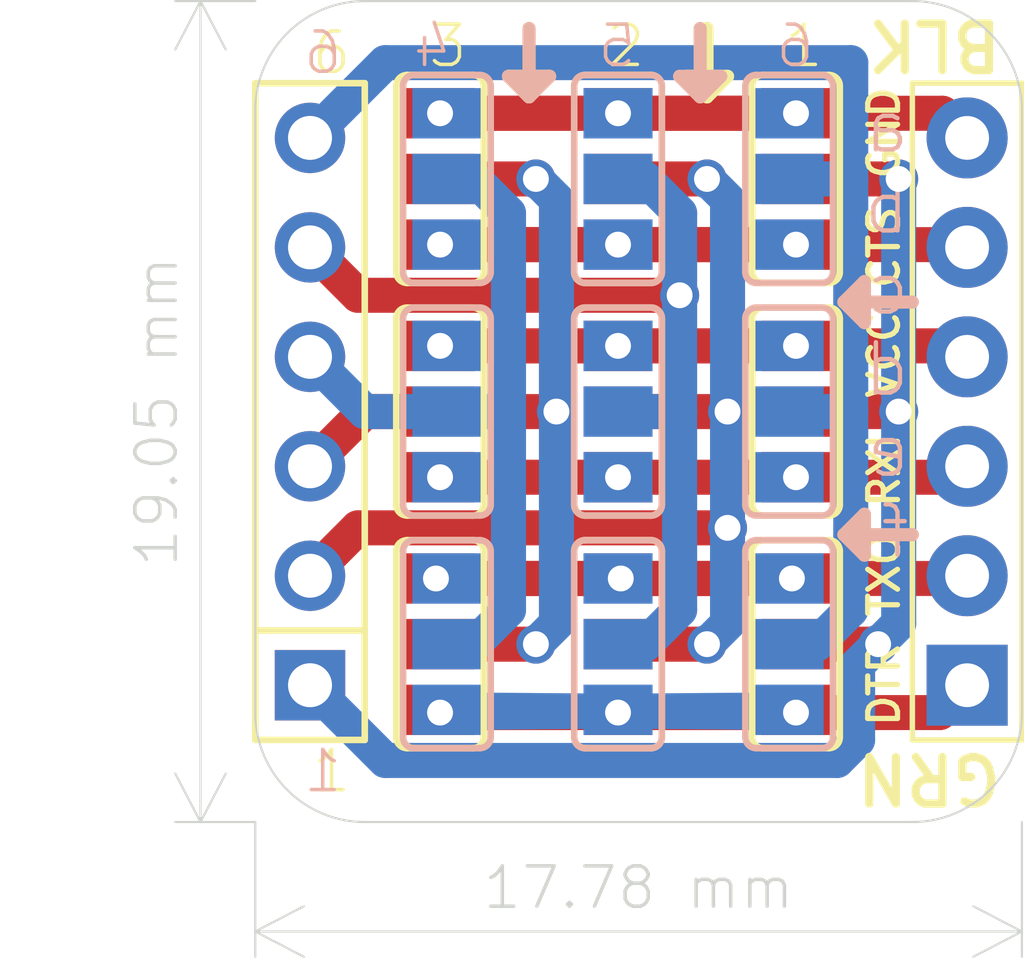
<source format=kicad_pcb>
(kicad_pcb (version 20241229) (generator "pcbnew") (generator_version "9.0")
  (layers (0 "F.Cu" signal) (2 "B.Cu" signal) (13 "F.Paste" user) (15 "B.Paste" user) (5 "F.SilkS" user "F.Silkscreen") (7 "B.SilkS" user "B.Silkscreen") (1 "F.Mask" user) (3 "B.Mask" user) (25 "Edge.Cuts" user))
  (net 0 "")
  (net 1 "DTR")
  (net 2 "TX")
  (net 3 "RX")
  (net 4 "VCC")
  (net 5 "CTS")
  (net 6 "GND")
  (net 7 "1")
  (net 8 "2")
  (net 9 "3")
  (net 10 "4")
  (net 11 "5")
  (net 12 "6")
  (footprint "UART matrix v0.2:FTDI_DEVICE_SIDE" (layer "F.Cu") (at 156.1211 105.0036 90)
    (property "Reference" "FTDI0" (hide yes))
    (property "Value" "" (hide yes))
    (fp_line (start 7.62 -1.27) (end 7.62 1.27) (stroke (width 0.127)) (layer "F.SilkS"))
    (fp_line (start -7.62 -1.27) (end 7.62 -1.27) (stroke (width 0.127)) (layer "F.SilkS"))
    (fp_line (start 7.62 1.27) (end -7.62 1.27) (stroke (width 0.127)) (layer "F.SilkS"))
    (fp_line (start -7.62 1.27) (end -7.62 -1.27) (stroke (width 0.127)) (layer "F.SilkS"))
    (fp_text user "RXI" (at -2.286 -1.524 90) (layer "F.SilkS") (effects (font (size 0.69088 0.69088) (thickness 0.12192)) (justify left bottom)))
    (fp_text user "VCC" (at 0.254 -1.524 90) (layer "F.SilkS") (effects (font (size 0.69088 0.69088) (thickness 0.12192)) (justify left bottom)))
    (fp_text user "DTR" (at -7.366 -1.524 90) (layer "F.SilkS") (effects (font (size 0.69088 0.69088) (thickness 0.12192)) (justify left bottom)))
    (fp_text user "GND" (at 5.334 -1.524 90) (layer "F.SilkS") (effects (font (size 0.69088 0.69088) (thickness 0.12192)) (justify left bottom)))
    (fp_text user "CTS" (at 2.794 -1.524 90) (layer "F.SilkS") (effects (font (size 0.69088 0.69088) (thickness 0.12192)) (justify left bottom)))
    (fp_text user "GRN" (at -7.874 0.889 180) (layer "F.SilkS") (effects (font (size 1.0795 1.0795) (thickness 0.1905)) (justify left bottom)))
    (fp_text user "BLK" (at 9.144 0.889 180) (layer "F.SilkS") (effects (font (size 1.0795 1.0795) (thickness 0.1905)) (justify left bottom)))
    (fp_text user "TXO" (at -4.826 -1.524 90) (layer "F.SilkS") (effects (font (size 0.69088 0.69088) (thickness 0.12192)) (justify left bottom)))
    (pad "P$1" thru_hole rect (at -6.35 0 90) (size 1.8796 1.8796) (drill 1.016) (layers "*.Cu" "*.Mask") (net 1 "DTR"))
    (pad "P$2" thru_hole circle (at -3.81 0 90) (size 1.8796 1.8796) (drill 1.016) (layers "*.Cu" "*.Mask") (net 2 "TX"))
    (pad "P$3" thru_hole circle (at -1.27 0 90) (size 1.8796 1.8796) (drill 1.016) (layers "*.Cu" "*.Mask") (net 3 "RX"))
    (pad "P$4" thru_hole circle (at 1.27 0 90) (size 1.8796 1.8796) (drill 1.016) (layers "*.Cu" "*.Mask") (net 4 "VCC"))
    (pad "P$5" thru_hole circle (at 3.81 0 90) (size 1.8796 1.8796) (drill 1.016) (layers "*.Cu" "*.Mask") (net 5 "CTS"))
    (pad "P$6" thru_hole circle (at 6.35 0 90) (size 1.8796 1.8796) (drill 1.016) (layers "*.Cu" "*.Mask") (net 6 "GND"))
  )
  (footprint "UART matrix v0.2:SJ_2" (layer "F.Cu") (at 143.89735 99.6061 90)
    (property "Reference" "SJ15" (hide yes))
    (property "Value" "")
    (fp_line (start -2.159 -1.016) (end 2.159 -1.016) (stroke (width 0.1524)) (layer "F.SilkS"))
    (fp_line (start 2.413 0.762) (end 2.413 -0.762) (stroke (width 0.1524)) (layer "F.SilkS"))
    (fp_line (start -2.413 0.762) (end -2.413 -0.762) (stroke (width 0.1524)) (layer "F.SilkS"))
    (fp_line (start 2.159 1.016) (end -2.159 1.016) (stroke (width 0.1524)) (layer "F.SilkS"))
    (fp_arc (start 2.159 -1.016) (mid 2.338605 -0.941605) (end 2.413 -0.762) (stroke (width 0.1524)) (layer "F.SilkS"))
    (fp_arc (start -2.413 -0.762) (mid -2.338605 -0.941605) (end -2.159 -1.016) (stroke (width 0.1524)) (layer "F.SilkS"))
    (fp_arc (start 2.413 0.762) (mid 2.338605 0.941605) (end 2.159 1.016) (stroke (width 0.1524)) (layer "F.SilkS"))
    (fp_arc (start -2.159 1.016) (mid -2.338605 0.941605) (end -2.413 0.762) (stroke (width 0.1524)) (layer "F.SilkS"))
    (pad "1" smd rect (at -1.524 0 90) (size 1.1684 1.6002) (layers "F.Cu" "F.Mask" "F.Paste") (net 5 "CTS"))
    (pad "2" smd rect (at 0 0 90) (size 1.1684 1.6002) (layers "F.Cu" "F.Mask" "F.Paste") (net 9 "3"))
    (pad "3" smd rect (at 1.524 0 90) (size 1.1684 1.6002) (layers "F.Cu" "F.Mask" "F.Paste") (net 6 "GND"))
  )
  (footprint "UART matrix v0.2:SJ_2" (layer "F.Cu") (at 152.15235 110.4011 90)
    (property "Reference" "SJ1" (hide yes))
    (property "Value" "")
    (fp_line (start -2.159 -1.016) (end 2.159 -1.016) (stroke (width 0.1524)) (layer "F.SilkS"))
    (fp_line (start 2.413 0.762) (end 2.413 -0.762) (stroke (width 0.1524)) (layer "F.SilkS"))
    (fp_line (start -2.413 0.762) (end -2.413 -0.762) (stroke (width 0.1524)) (layer "F.SilkS"))
    (fp_line (start 2.159 1.016) (end -2.159 1.016) (stroke (width 0.1524)) (layer "F.SilkS"))
    (fp_arc (start 2.159 -1.016) (mid 2.338605 -0.941605) (end 2.413 -0.762) (stroke (width 0.1524)) (layer "F.SilkS"))
    (fp_arc (start -2.413 -0.762) (mid -2.338605 -0.941605) (end -2.159 -1.016) (stroke (width 0.1524)) (layer "F.SilkS"))
    (fp_arc (start 2.413 0.762) (mid 2.338605 0.941605) (end 2.159 1.016) (stroke (width 0.1524)) (layer "F.SilkS"))
    (fp_arc (start -2.159 1.016) (mid -2.338605 0.941605) (end -2.413 0.762) (stroke (width 0.1524)) (layer "F.SilkS"))
    (pad "1" smd rect (at -1.524 0 90) (size 1.1684 1.6002) (layers "F.Cu" "F.Mask" "F.Paste") (net 1 "DTR"))
    (pad "2" smd rect (at 0 0 90) (size 1.1684 1.6002) (layers "F.Cu" "F.Mask" "F.Paste") (net 7 "1"))
    (pad "3" smd rect (at 1.524 0 90) (size 1.1684 1.6002) (layers "F.Cu" "F.Mask" "F.Paste") (net 2 "TX"))
  )
  (footprint "UART matrix v0.2:SJ_2" (layer "F.Cu") (at 143.89735 105.0036 90)
    (property "Reference" "SJ9" (hide yes))
    (property "Value" "")
    (fp_line (start -2.159 -1.016) (end 2.159 -1.016) (stroke (width 0.1524)) (layer "F.SilkS"))
    (fp_line (start 2.413 0.762) (end 2.413 -0.762) (stroke (width 0.1524)) (layer "F.SilkS"))
    (fp_line (start -2.413 0.762) (end -2.413 -0.762) (stroke (width 0.1524)) (layer "F.SilkS"))
    (fp_line (start 2.159 1.016) (end -2.159 1.016) (stroke (width 0.1524)) (layer "F.SilkS"))
    (fp_arc (start 2.159 -1.016) (mid 2.338605 -0.941605) (end 2.413 -0.762) (stroke (width 0.1524)) (layer "F.SilkS"))
    (fp_arc (start -2.413 -0.762) (mid -2.338605 -0.941605) (end -2.159 -1.016) (stroke (width 0.1524)) (layer "F.SilkS"))
    (fp_arc (start 2.413 0.762) (mid 2.338605 0.941605) (end 2.159 1.016) (stroke (width 0.1524)) (layer "F.SilkS"))
    (fp_arc (start -2.159 1.016) (mid -2.338605 0.941605) (end -2.413 0.762) (stroke (width 0.1524)) (layer "F.SilkS"))
    (pad "1" smd rect (at -1.524 0 90) (size 1.1684 1.6002) (layers "F.Cu" "F.Mask" "F.Paste") (net 3 "RX"))
    (pad "2" smd rect (at 0 0 90) (size 1.1684 1.6002) (layers "F.Cu" "F.Mask" "F.Paste") (net 9 "3"))
    (pad "3" smd rect (at 1.524 0 90) (size 1.1684 1.6002) (layers "F.Cu" "F.Mask" "F.Paste") (net 4 "VCC"))
  )
  (footprint "UART matrix v0.2:SJ_2" (layer "F.Cu") (at 143.89735 110.4011 90)
    (property "Reference" "SJ3" (hide yes))
    (property "Value" "")
    (fp_line (start -2.159 -1.016) (end 2.159 -1.016) (stroke (width 0.1524)) (layer "F.SilkS"))
    (fp_line (start 2.413 0.762) (end 2.413 -0.762) (stroke (width 0.1524)) (layer "F.SilkS"))
    (fp_line (start -2.413 0.762) (end -2.413 -0.762) (stroke (width 0.1524)) (layer "F.SilkS"))
    (fp_line (start 2.159 1.016) (end -2.159 1.016) (stroke (width 0.1524)) (layer "F.SilkS"))
    (fp_arc (start 2.159 -1.016) (mid 2.338605 -0.941605) (end 2.413 -0.762) (stroke (width 0.1524)) (layer "F.SilkS"))
    (fp_arc (start -2.413 -0.762) (mid -2.338605 -0.941605) (end -2.159 -1.016) (stroke (width 0.1524)) (layer "F.SilkS"))
    (fp_arc (start 2.413 0.762) (mid 2.338605 0.941605) (end 2.159 1.016) (stroke (width 0.1524)) (layer "F.SilkS"))
    (fp_arc (start -2.159 1.016) (mid -2.338605 0.941605) (end -2.413 0.762) (stroke (width 0.1524)) (layer "F.SilkS"))
    (pad "1" smd rect (at -1.524 0 90) (size 1.1684 1.6002) (layers "F.Cu" "F.Mask" "F.Paste") (net 1 "DTR"))
    (pad "2" smd rect (at 0 0 90) (size 1.1684 1.6002) (layers "F.Cu" "F.Mask" "F.Paste") (net 9 "3"))
    (pad "3" smd rect (at 1.524 0 90) (size 1.1684 1.6002) (layers "F.Cu" "F.Mask" "F.Paste") (net 2 "TX"))
  )
  (footprint "UART matrix v0.2:M1X6" (layer "F.Cu") (at 140.8811 111.3536 90)
    (property "Reference" "J1" (hide yes))
    (property "Value" "CON_HEADER_1X06-PTH" (hide yes))
    (fp_line (start 13.97 -1.27) (end 1.27 -1.27) (stroke (width 0.1524)) (layer "F.SilkS"))
    (fp_line (start 1.27 -1.27) (end -1.27 -1.27) (stroke (width 0.1524)) (layer "F.SilkS"))
    (fp_line (start 1.27 -1.27) (end 1.27 1.27) (stroke (width 0.1524)) (layer "F.SilkS"))
    (fp_line (start -1.27 -1.27) (end -1.27 1.27) (stroke (width 0.1524)) (layer "F.SilkS"))
    (fp_line (start 13.97 1.27) (end 13.97 -1.27) (stroke (width 0.1524)) (layer "F.SilkS"))
    (fp_line (start 1.27 1.27) (end 13.97 1.27) (stroke (width 0.1524)) (layer "F.SilkS"))
    (fp_line (start -1.27 1.27) (end 1.27 1.27) (stroke (width 0.1524)) (layer "F.SilkS"))
    (pad "1" thru_hole rect (at 0 0 90) (size 1.632 1.632) (drill 1.02) (layers "*.Cu" "*.Mask") (net 7 "1"))
    (pad "2" thru_hole circle (at 2.54 0 90) (size 1.632 1.632) (drill 1.02) (layers "*.Cu" "*.Mask") (net 8 "2"))
    (pad "3" thru_hole circle (at 5.08 0 90) (size 1.632 1.632) (drill 1.02) (layers "*.Cu" "*.Mask") (net 9 "3"))
    (pad "4" thru_hole circle (at 7.62 0 90) (size 1.632 1.632) (drill 1.02) (layers "*.Cu" "*.Mask") (net 10 "4"))
    (pad "5" thru_hole circle (at 10.16 0 90) (size 1.632 1.632) (drill 1.02) (layers "*.Cu" "*.Mask") (net 11 "5"))
    (pad "6" thru_hole circle (at 12.7 0 90) (size 1.632 1.632) (drill 1.02) (layers "*.Cu" "*.Mask") (net 12 "6"))
  )
  (footprint "UART matrix v0.2:SJ_2" (layer "F.Cu") (at 148.02485 105.0036 90)
    (property "Reference" "SJ8" (hide yes))
    (property "Value" "")
    (fp_line (start -2.159 -1.016) (end 2.159 -1.016) (stroke (width 0.1524)) (layer "F.SilkS"))
    (fp_line (start 2.413 0.762) (end 2.413 -0.762) (stroke (width 0.1524)) (layer "F.SilkS"))
    (fp_line (start -2.413 0.762) (end -2.413 -0.762) (stroke (width 0.1524)) (layer "F.SilkS"))
    (fp_line (start 2.159 1.016) (end -2.159 1.016) (stroke (width 0.1524)) (layer "F.SilkS"))
    (fp_arc (start 2.159 -1.016) (mid 2.338605 -0.941605) (end 2.413 -0.762) (stroke (width 0.1524)) (layer "F.SilkS"))
    (fp_arc (start -2.413 -0.762) (mid -2.338605 -0.941605) (end -2.159 -1.016) (stroke (width 0.1524)) (layer "F.SilkS"))
    (fp_arc (start 2.413 0.762) (mid 2.338605 0.941605) (end 2.159 1.016) (stroke (width 0.1524)) (layer "F.SilkS"))
    (fp_arc (start -2.159 1.016) (mid -2.338605 0.941605) (end -2.413 0.762) (stroke (width 0.1524)) (layer "F.SilkS"))
    (pad "1" smd rect (at -1.524 0 90) (size 1.1684 1.6002) (layers "F.Cu" "F.Mask" "F.Paste") (net 3 "RX"))
    (pad "2" smd rect (at 0 0 90) (size 1.1684 1.6002) (layers "F.Cu" "F.Mask" "F.Paste") (net 8 "2"))
    (pad "3" smd rect (at 1.524 0 90) (size 1.1684 1.6002) (layers "F.Cu" "F.Mask" "F.Paste") (net 4 "VCC"))
  )
  (footprint "UART matrix v0.2:SJ_2" (layer "F.Cu") (at 148.02485 99.6061 90)
    (property "Reference" "SJ14" (hide yes))
    (property "Value" "")
    (fp_line (start -2.159 -1.016) (end 2.159 -1.016) (stroke (width 0.1524)) (layer "F.SilkS"))
    (fp_line (start 2.413 0.762) (end 2.413 -0.762) (stroke (width 0.1524)) (layer "F.SilkS"))
    (fp_line (start -2.413 0.762) (end -2.413 -0.762) (stroke (width 0.1524)) (layer "F.SilkS"))
    (fp_line (start 2.159 1.016) (end -2.159 1.016) (stroke (width 0.1524)) (layer "F.SilkS"))
    (fp_arc (start 2.159 -1.016) (mid 2.338605 -0.941605) (end 2.413 -0.762) (stroke (width 0.1524)) (layer "F.SilkS"))
    (fp_arc (start -2.413 -0.762) (mid -2.338605 -0.941605) (end -2.159 -1.016) (stroke (width 0.1524)) (layer "F.SilkS"))
    (fp_arc (start 2.413 0.762) (mid 2.338605 0.941605) (end 2.159 1.016) (stroke (width 0.1524)) (layer "F.SilkS"))
    (fp_arc (start -2.159 1.016) (mid -2.338605 0.941605) (end -2.413 0.762) (stroke (width 0.1524)) (layer "F.SilkS"))
    (pad "1" smd rect (at -1.524 0 90) (size 1.1684 1.6002) (layers "F.Cu" "F.Mask" "F.Paste") (net 5 "CTS"))
    (pad "2" smd rect (at 0 0 90) (size 1.1684 1.6002) (layers "F.Cu" "F.Mask" "F.Paste") (net 8 "2"))
    (pad "3" smd rect (at 1.524 0 90) (size 1.1684 1.6002) (layers "F.Cu" "F.Mask" "F.Paste") (net 6 "GND"))
  )
  (footprint "UART matrix v0.2:SJ_2" (layer "F.Cu") (at 152.15235 105.0036 90)
    (property "Reference" "SJ7" (hide yes))
    (property "Value" "")
    (fp_line (start -2.159 -1.016) (end 2.159 -1.016) (stroke (width 0.1524)) (layer "F.SilkS"))
    (fp_line (start 2.413 0.762) (end 2.413 -0.762) (stroke (width 0.1524)) (layer "F.SilkS"))
    (fp_line (start -2.413 0.762) (end -2.413 -0.762) (stroke (width 0.1524)) (layer "F.SilkS"))
    (fp_line (start 2.159 1.016) (end -2.159 1.016) (stroke (width 0.1524)) (layer "F.SilkS"))
    (fp_arc (start 2.159 -1.016) (mid 2.338605 -0.941605) (end 2.413 -0.762) (stroke (width 0.1524)) (layer "F.SilkS"))
    (fp_arc (start -2.413 -0.762) (mid -2.338605 -0.941605) (end -2.159 -1.016) (stroke (width 0.1524)) (layer "F.SilkS"))
    (fp_arc (start 2.413 0.762) (mid 2.338605 0.941605) (end 2.159 1.016) (stroke (width 0.1524)) (layer "F.SilkS"))
    (fp_arc (start -2.159 1.016) (mid -2.338605 0.941605) (end -2.413 0.762) (stroke (width 0.1524)) (layer "F.SilkS"))
    (pad "1" smd rect (at -1.524 0 90) (size 1.1684 1.6002) (layers "F.Cu" "F.Mask" "F.Paste") (net 3 "RX"))
    (pad "2" smd rect (at 0 0 90) (size 1.1684 1.6002) (layers "F.Cu" "F.Mask" "F.Paste") (net 7 "1"))
    (pad "3" smd rect (at 1.524 0 90) (size 1.1684 1.6002) (layers "F.Cu" "F.Mask" "F.Paste") (net 4 "VCC"))
  )
  (footprint "UART matrix v0.2:SJ_2" (layer "F.Cu") (at 152.15235 99.6061 90)
    (property "Reference" "SJ13" (hide yes))
    (property "Value" "")
    (fp_line (start -2.159 -1.016) (end 2.159 -1.016) (stroke (width 0.1524)) (layer "F.SilkS"))
    (fp_line (start 2.413 0.762) (end 2.413 -0.762) (stroke (width 0.1524)) (layer "F.SilkS"))
    (fp_line (start -2.413 0.762) (end -2.413 -0.762) (stroke (width 0.1524)) (layer "F.SilkS"))
    (fp_line (start 2.159 1.016) (end -2.159 1.016) (stroke (width 0.1524)) (layer "F.SilkS"))
    (fp_arc (start 2.159 -1.016) (mid 2.338605 -0.941605) (end 2.413 -0.762) (stroke (width 0.1524)) (layer "F.SilkS"))
    (fp_arc (start -2.413 -0.762) (mid -2.338605 -0.941605) (end -2.159 -1.016) (stroke (width 0.1524)) (layer "F.SilkS"))
    (fp_arc (start 2.413 0.762) (mid 2.338605 0.941605) (end 2.159 1.016) (stroke (width 0.1524)) (layer "F.SilkS"))
    (fp_arc (start -2.159 1.016) (mid -2.338605 0.941605) (end -2.413 0.762) (stroke (width 0.1524)) (layer "F.SilkS"))
    (pad "1" smd rect (at -1.524 0 90) (size 1.1684 1.6002) (layers "F.Cu" "F.Mask" "F.Paste") (net 5 "CTS"))
    (pad "2" smd rect (at 0 0 90) (size 1.1684 1.6002) (layers "F.Cu" "F.Mask" "F.Paste") (net 7 "1"))
    (pad "3" smd rect (at 1.524 0 90) (size 1.1684 1.6002) (layers "F.Cu" "F.Mask" "F.Paste") (net 6 "GND"))
  )
  (footprint "UART matrix v0.2:SJ_2" (layer "F.Cu") (at 148.02485 110.4011 90)
    (property "Reference" "SJ2" (hide yes))
    (property "Value" "")
    (fp_line (start -2.159 -1.016) (end 2.159 -1.016) (stroke (width 0.1524)) (layer "F.SilkS"))
    (fp_line (start 2.413 0.762) (end 2.413 -0.762) (stroke (width 0.1524)) (layer "F.SilkS"))
    (fp_line (start -2.413 0.762) (end -2.413 -0.762) (stroke (width 0.1524)) (layer "F.SilkS"))
    (fp_line (start 2.159 1.016) (end -2.159 1.016) (stroke (width 0.1524)) (layer "F.SilkS"))
    (fp_arc (start 2.159 -1.016) (mid 2.338605 -0.941605) (end 2.413 -0.762) (stroke (width 0.1524)) (layer "F.SilkS"))
    (fp_arc (start -2.413 -0.762) (mid -2.338605 -0.941605) (end -2.159 -1.016) (stroke (width 0.1524)) (layer "F.SilkS"))
    (fp_arc (start 2.413 0.762) (mid 2.338605 0.941605) (end 2.159 1.016) (stroke (width 0.1524)) (layer "F.SilkS"))
    (fp_arc (start -2.159 1.016) (mid -2.338605 0.941605) (end -2.413 0.762) (stroke (width 0.1524)) (layer "F.SilkS"))
    (pad "1" smd rect (at -1.524 0 90) (size 1.1684 1.6002) (layers "F.Cu" "F.Mask" "F.Paste") (net 1 "DTR"))
    (pad "2" smd rect (at 0 0 90) (size 1.1684 1.6002) (layers "F.Cu" "F.Mask" "F.Paste") (net 8 "2"))
    (pad "3" smd rect (at 1.524 0 90) (size 1.1684 1.6002) (layers "F.Cu" "F.Mask" "F.Paste") (net 2 "TX"))
  )
  (footprint "UART matrix v0.2:SJ_2" (layer "B.Cu") (at 148.02485 110.4011 90)
    (property "Reference" "SJ5" (hide yes))
    (property "Value" "")
    (fp_line (start 2.159 -1.016) (end -2.159 -1.016) (stroke (width 0.1524)) (layer "B.SilkS"))
    (fp_line (start 2.413 -0.762) (end 2.413 0.762) (stroke (width 0.1524)) (layer "B.SilkS"))
    (fp_line (start -2.413 -0.762) (end -2.413 0.762) (stroke (width 0.1524)) (layer "B.SilkS"))
    (fp_line (start -2.159 1.016) (end 2.159 1.016) (stroke (width 0.1524)) (layer "B.SilkS"))
    (fp_arc (start 2.159 -1.016) (mid 2.338605 -0.941605) (end 2.413 -0.762) (stroke (width 0.1524)) (layer "B.SilkS"))
    (fp_arc (start -2.413 -0.762) (mid -2.338605 -0.941605) (end -2.159 -1.016) (stroke (width 0.1524)) (layer "B.SilkS"))
    (fp_arc (start 2.413 0.762) (mid 2.338605 0.941605) (end 2.159 1.016) (stroke (width 0.1524)) (layer "B.SilkS"))
    (fp_arc (start -2.159 1.016) (mid -2.338605 0.941605) (end -2.413 0.762) (stroke (width 0.1524)) (layer "B.SilkS"))
    (pad "1" smd rect (at -1.524 0 90) (size 1.1684 1.6002) (layers "B.Cu" "B.Mask" "B.Paste") (net 1 "DTR"))
    (pad "2" smd rect (at 0 0 90) (size 1.1684 1.6002) (layers "B.Cu" "B.Mask" "B.Paste") (net 11 "5"))
    (pad "3" smd rect (at 1.524 0 90) (size 1.1684 1.6002) (layers "B.Cu" "B.Mask" "B.Paste") (net 2 "TX"))
  )
  (footprint "UART matrix v0.2:SJ_2" (layer "B.Cu") (at 144.0561 105.0036 90)
    (property "Reference" "SJ10" (hide yes))
    (property "Value" "")
    (fp_line (start 2.159 -1.016) (end -2.159 -1.016) (stroke (width 0.1524)) (layer "B.SilkS"))
    (fp_line (start 2.413 -0.762) (end 2.413 0.762) (stroke (width 0.1524)) (layer "B.SilkS"))
    (fp_line (start -2.413 -0.762) (end -2.413 0.762) (stroke (width 0.1524)) (layer "B.SilkS"))
    (fp_line (start -2.159 1.016) (end 2.159 1.016) (stroke (width 0.1524)) (layer "B.SilkS"))
    (fp_arc (start 2.159 -1.016) (mid 2.338605 -0.941605) (end 2.413 -0.762) (stroke (width 0.1524)) (layer "B.SilkS"))
    (fp_arc (start -2.413 -0.762) (mid -2.338605 -0.941605) (end -2.159 -1.016) (stroke (width 0.1524)) (layer "B.SilkS"))
    (fp_arc (start 2.413 0.762) (mid 2.338605 0.941605) (end 2.159 1.016) (stroke (width 0.1524)) (layer "B.SilkS"))
    (fp_arc (start -2.159 1.016) (mid -2.338605 0.941605) (end -2.413 0.762) (stroke (width 0.1524)) (layer "B.SilkS"))
    (pad "1" smd rect (at -1.524 0 90) (size 1.1684 1.6002) (layers "B.Cu" "B.Mask" "B.Paste") (net 3 "RX"))
    (pad "2" smd rect (at 0 0 90) (size 1.1684 1.6002) (layers "B.Cu" "B.Mask" "B.Paste") (net 10 "4"))
    (pad "3" smd rect (at 1.524 0 90) (size 1.1684 1.6002) (layers "B.Cu" "B.Mask" "B.Paste") (net 4 "VCC"))
  )
  (footprint "UART matrix v0.2:SJ_2" (layer "B.Cu") (at 148.02485 105.0036 90)
    (property "Reference" "SJ11" (hide yes))
    (property "Value" "")
    (fp_line (start 2.159 -1.016) (end -2.159 -1.016) (stroke (width 0.1524)) (layer "B.SilkS"))
    (fp_line (start 2.413 -0.762) (end 2.413 0.762) (stroke (width 0.1524)) (layer "B.SilkS"))
    (fp_line (start -2.413 -0.762) (end -2.413 0.762) (stroke (width 0.1524)) (layer "B.SilkS"))
    (fp_line (start -2.159 1.016) (end 2.159 1.016) (stroke (width 0.1524)) (layer "B.SilkS"))
    (fp_arc (start 2.159 -1.016) (mid 2.338605 -0.941605) (end 2.413 -0.762) (stroke (width 0.1524)) (layer "B.SilkS"))
    (fp_arc (start -2.413 -0.762) (mid -2.338605 -0.941605) (end -2.159 -1.016) (stroke (width 0.1524)) (layer "B.SilkS"))
    (fp_arc (start 2.413 0.762) (mid 2.338605 0.941605) (end 2.159 1.016) (stroke (width 0.1524)) (layer "B.SilkS"))
    (fp_arc (start -2.159 1.016) (mid -2.338605 0.941605) (end -2.413 0.762) (stroke (width 0.1524)) (layer "B.SilkS"))
    (pad "1" smd rect (at -1.524 0 90) (size 1.1684 1.6002) (layers "B.Cu" "B.Mask" "B.Paste") (net 3 "RX"))
    (pad "2" smd rect (at 0 0 90) (size 1.1684 1.6002) (layers "B.Cu" "B.Mask" "B.Paste") (net 11 "5"))
    (pad "3" smd rect (at 1.524 0 90) (size 1.1684 1.6002) (layers "B.Cu" "B.Mask" "B.Paste") (net 4 "VCC"))
  )
  (footprint "UART matrix v0.2:SJ_2" (layer "B.Cu") (at 144.0561 99.6061 90)
    (property "Reference" "SJ16" (hide yes))
    (property "Value" "")
    (fp_line (start 2.159 -1.016) (end -2.159 -1.016) (stroke (width 0.1524)) (layer "B.SilkS"))
    (fp_line (start 2.413 -0.762) (end 2.413 0.762) (stroke (width 0.1524)) (layer "B.SilkS"))
    (fp_line (start -2.413 -0.762) (end -2.413 0.762) (stroke (width 0.1524)) (layer "B.SilkS"))
    (fp_line (start -2.159 1.016) (end 2.159 1.016) (stroke (width 0.1524)) (layer "B.SilkS"))
    (fp_arc (start 2.159 -1.016) (mid 2.338605 -0.941605) (end 2.413 -0.762) (stroke (width 0.1524)) (layer "B.SilkS"))
    (fp_arc (start -2.413 -0.762) (mid -2.338605 -0.941605) (end -2.159 -1.016) (stroke (width 0.1524)) (layer "B.SilkS"))
    (fp_arc (start 2.413 0.762) (mid 2.338605 0.941605) (end 2.159 1.016) (stroke (width 0.1524)) (layer "B.SilkS"))
    (fp_arc (start -2.159 1.016) (mid -2.338605 0.941605) (end -2.413 0.762) (stroke (width 0.1524)) (layer "B.SilkS"))
    (pad "1" smd rect (at -1.524 0 90) (size 1.1684 1.6002) (layers "B.Cu" "B.Mask" "B.Paste") (net 5 "CTS"))
    (pad "2" smd rect (at 0 0 90) (size 1.1684 1.6002) (layers "B.Cu" "B.Mask" "B.Paste") (net 10 "4"))
    (pad "3" smd rect (at 1.524 0 90) (size 1.1684 1.6002) (layers "B.Cu" "B.Mask" "B.Paste") (net 6 "GND"))
  )
  (footprint "UART matrix v0.2:SJ_2" (layer "B.Cu") (at 144.0561 110.4011 90)
    (property "Reference" "SJ4" (hide yes))
    (property "Value" "")
    (fp_line (start 2.159 -1.016) (end -2.159 -1.016) (stroke (width 0.1524)) (layer "B.SilkS"))
    (fp_line (start 2.413 -0.762) (end 2.413 0.762) (stroke (width 0.1524)) (layer "B.SilkS"))
    (fp_line (start -2.413 -0.762) (end -2.413 0.762) (stroke (width 0.1524)) (layer "B.SilkS"))
    (fp_line (start -2.159 1.016) (end 2.159 1.016) (stroke (width 0.1524)) (layer "B.SilkS"))
    (fp_arc (start 2.159 -1.016) (mid 2.338605 -0.941605) (end 2.413 -0.762) (stroke (width 0.1524)) (layer "B.SilkS"))
    (fp_arc (start -2.413 -0.762) (mid -2.338605 -0.941605) (end -2.159 -1.016) (stroke (width 0.1524)) (layer "B.SilkS"))
    (fp_arc (start 2.413 0.762) (mid 2.338605 0.941605) (end 2.159 1.016) (stroke (width 0.1524)) (layer "B.SilkS"))
    (fp_arc (start -2.159 1.016) (mid -2.338605 0.941605) (end -2.413 0.762) (stroke (width 0.1524)) (layer "B.SilkS"))
    (pad "1" smd rect (at -1.524 0 90) (size 1.1684 1.6002) (layers "B.Cu" "B.Mask" "B.Paste") (net 1 "DTR"))
    (pad "2" smd rect (at 0 0 90) (size 1.1684 1.6002) (layers "B.Cu" "B.Mask" "B.Paste") (net 10 "4"))
    (pad "3" smd rect (at 1.524 0 90) (size 1.1684 1.6002) (layers "B.Cu" "B.Mask" "B.Paste") (net 2 "TX"))
  )
  (footprint "UART matrix v0.2:SJ_2" (layer "B.Cu") (at 151.9936 105.0036 90)
    (property "Reference" "SJ12" (hide yes))
    (property "Value" "")
    (fp_line (start 2.159 -1.016) (end -2.159 -1.016) (stroke (width 0.1524)) (layer "B.SilkS"))
    (fp_line (start 2.413 -0.762) (end 2.413 0.762) (stroke (width 0.1524)) (layer "B.SilkS"))
    (fp_line (start -2.413 -0.762) (end -2.413 0.762) (stroke (width 0.1524)) (layer "B.SilkS"))
    (fp_line (start -2.159 1.016) (end 2.159 1.016) (stroke (width 0.1524)) (layer "B.SilkS"))
    (fp_arc (start 2.159 -1.016) (mid 2.338605 -0.941605) (end 2.413 -0.762) (stroke (width 0.1524)) (layer "B.SilkS"))
    (fp_arc (start -2.413 -0.762) (mid -2.338605 -0.941605) (end -2.159 -1.016) (stroke (width 0.1524)) (layer "B.SilkS"))
    (fp_arc (start 2.413 0.762) (mid 2.338605 0.941605) (end 2.159 1.016) (stroke (width 0.1524)) (layer "B.SilkS"))
    (fp_arc (start -2.159 1.016) (mid -2.338605 0.941605) (end -2.413 0.762) (stroke (width 0.1524)) (layer "B.SilkS"))
    (pad "1" smd rect (at -1.524 0 90) (size 1.1684 1.6002) (layers "B.Cu" "B.Mask" "B.Paste") (net 3 "RX"))
    (pad "2" smd rect (at 0 0 90) (size 1.1684 1.6002) (layers "B.Cu" "B.Mask" "B.Paste") (net 12 "6"))
    (pad "3" smd rect (at 1.524 0 90) (size 1.1684 1.6002) (layers "B.Cu" "B.Mask" "B.Paste") (net 4 "VCC"))
  )
  (footprint "UART matrix v0.2:SJ_2" (layer "B.Cu") (at 151.9936 99.6061 90)
    (property "Reference" "SJ18" (hide yes))
    (property "Value" "")
    (fp_line (start 2.159 -1.016) (end -2.159 -1.016) (stroke (width 0.1524)) (layer "B.SilkS"))
    (fp_line (start 2.413 -0.762) (end 2.413 0.762) (stroke (width 0.1524)) (layer "B.SilkS"))
    (fp_line (start -2.413 -0.762) (end -2.413 0.762) (stroke (width 0.1524)) (layer "B.SilkS"))
    (fp_line (start -2.159 1.016) (end 2.159 1.016) (stroke (width 0.1524)) (layer "B.SilkS"))
    (fp_arc (start 2.159 -1.016) (mid 2.338605 -0.941605) (end 2.413 -0.762) (stroke (width 0.1524)) (layer "B.SilkS"))
    (fp_arc (start -2.413 -0.762) (mid -2.338605 -0.941605) (end -2.159 -1.016) (stroke (width 0.1524)) (layer "B.SilkS"))
    (fp_arc (start 2.413 0.762) (mid 2.338605 0.941605) (end 2.159 1.016) (stroke (width 0.1524)) (layer "B.SilkS"))
    (fp_arc (start -2.159 1.016) (mid -2.338605 0.941605) (end -2.413 0.762) (stroke (width 0.1524)) (layer "B.SilkS"))
    (pad "1" smd rect (at -1.524 0 90) (size 1.1684 1.6002) (layers "B.Cu" "B.Mask" "B.Paste") (net 5 "CTS"))
    (pad "2" smd rect (at 0 0 90) (size 1.1684 1.6002) (layers "B.Cu" "B.Mask" "B.Paste") (net 12 "6"))
    (pad "3" smd rect (at 1.524 0 90) (size 1.1684 1.6002) (layers "B.Cu" "B.Mask" "B.Paste") (net 6 "GND"))
  )
  (footprint "UART matrix v0.2:SJ_2" (layer "B.Cu") (at 151.9936 110.4011 90)
    (property "Reference" "SJ6" (hide yes))
    (property "Value" "")
    (fp_line (start 2.159 -1.016) (end -2.159 -1.016) (stroke (width 0.1524)) (layer "B.SilkS"))
    (fp_line (start 2.413 -0.762) (end 2.413 0.762) (stroke (width 0.1524)) (layer "B.SilkS"))
    (fp_line (start -2.413 -0.762) (end -2.413 0.762) (stroke (width 0.1524)) (layer "B.SilkS"))
    (fp_line (start -2.159 1.016) (end 2.159 1.016) (stroke (width 0.1524)) (layer "B.SilkS"))
    (fp_arc (start 2.159 -1.016) (mid 2.338605 -0.941605) (end 2.413 -0.762) (stroke (width 0.1524)) (layer "B.SilkS"))
    (fp_arc (start -2.413 -0.762) (mid -2.338605 -0.941605) (end -2.159 -1.016) (stroke (width 0.1524)) (layer "B.SilkS"))
    (fp_arc (start 2.413 0.762) (mid 2.338605 0.941605) (end 2.159 1.016) (stroke (width 0.1524)) (layer "B.SilkS"))
    (fp_arc (start -2.159 1.016) (mid -2.338605 0.941605) (end -2.413 0.762) (stroke (width 0.1524)) (layer "B.SilkS"))
    (pad "1" smd rect (at -1.524 0 90) (size 1.1684 1.6002) (layers "B.Cu" "B.Mask" "B.Paste") (net 1 "DTR"))
    (pad "2" smd rect (at 0 0 90) (size 1.1684 1.6002) (layers "B.Cu" "B.Mask" "B.Paste") (net 12 "6"))
    (pad "3" smd rect (at 1.524 0 90) (size 1.1684 1.6002) (layers "B.Cu" "B.Mask" "B.Paste") (net 2 "TX"))
  )
  (footprint "UART matrix v0.2:SJ_2" (layer "B.Cu") (at 148.02485 99.6061 90)
    (property "Reference" "SJ17" (hide yes))
    (property "Value" "")
    (fp_line (start 2.159 -1.016) (end -2.159 -1.016) (stroke (width 0.1524)) (layer "B.SilkS"))
    (fp_line (start 2.413 -0.762) (end 2.413 0.762) (stroke (width 0.1524)) (layer "B.SilkS"))
    (fp_line (start -2.413 -0.762) (end -2.413 0.762) (stroke (width 0.1524)) (layer "B.SilkS"))
    (fp_line (start -2.159 1.016) (end 2.159 1.016) (stroke (width 0.1524)) (layer "B.SilkS"))
    (fp_arc (start 2.159 -1.016) (mid 2.338605 -0.941605) (end 2.413 -0.762) (stroke (width 0.1524)) (layer "B.SilkS"))
    (fp_arc (start -2.413 -0.762) (mid -2.338605 -0.941605) (end -2.159 -1.016) (stroke (width 0.1524)) (layer "B.SilkS"))
    (fp_arc (start 2.413 0.762) (mid 2.338605 0.941605) (end 2.159 1.016) (stroke (width 0.1524)) (layer "B.SilkS"))
    (fp_arc (start -2.159 1.016) (mid -2.338605 0.941605) (end -2.413 0.762) (stroke (width 0.1524)) (layer "B.SilkS"))
    (pad "1" smd rect (at -1.524 0 90) (size 1.1684 1.6002) (layers "B.Cu" "B.Mask" "B.Paste") (net 5 "CTS"))
    (pad "2" smd rect (at 0 0 90) (size 1.1684 1.6002) (layers "B.Cu" "B.Mask" "B.Paste") (net 11 "5"))
    (pad "3" smd rect (at 1.524 0 90) (size 1.1684 1.6002) (layers "B.Cu" "B.Mask" "B.Paste") (net 6 "GND"))
  )
  (gr_line (start 150.56485 97.22485) (end 150.0886 97.7011) (stroke (width 0.3048)) (layer "F.SilkS"))
  (gr_line (start 145.9611 97.7011) (end 145.48485 97.22485) (stroke (width 0.3048)) (layer "F.SilkS"))
  (gr_line (start 145.9611 96.1136) (end 145.9611 97.7011) (stroke (width 0.3048)) (layer "F.SilkS"))
  (gr_line (start 146.43735 97.22485) (end 145.9611 97.7011) (stroke (width 0.3048)) (layer "F.SilkS"))
  (gr_line (start 145.48485 97.22485) (end 146.43735 97.22485) (stroke (width 0.3048)) (layer "F.SilkS"))
  (gr_line (start 149.61235 97.22485) (end 150.56485 97.22485) (stroke (width 0.3048)) (layer "F.SilkS"))
  (gr_line (start 150.0886 96.1136) (end 150.0886 97.7011) (stroke (width 0.3048)) (layer "F.SilkS"))
  (gr_line (start 150.0886 97.7011) (end 149.61235 97.22485) (stroke (width 0.3048)) (layer "F.SilkS"))
  (gr_line (start 145.9611 97.7011) (end 146.43735 97.22485) (stroke (width 0.3048)) (layer "B.SilkS"))
  (gr_line (start 149.92985 96.1136) (end 149.92985 97.7011) (stroke (width 0.3048)) (layer "B.SilkS"))
  (gr_line (start 149.4536 97.22485) (end 149.92985 97.7011) (stroke (width 0.3048)) (layer "B.SilkS"))
  (gr_line (start 153.73985 102.93985) (end 153.73985 101.98735) (stroke (width 0.3048)) (layer "B.SilkS"))
  (gr_line (start 153.73985 101.98735) (end 153.2636 102.4636) (stroke (width 0.3048)) (layer "B.SilkS"))
  (gr_line (start 154.8511 102.4636) (end 153.2636 102.4636) (stroke (width 0.3048)) (layer "B.SilkS"))
  (gr_line (start 145.48485 97.22485) (end 145.9611 97.7011) (stroke (width 0.3048)) (layer "B.SilkS"))
  (gr_line (start 153.2636 107.8611) (end 153.73985 108.33735) (stroke (width 0.3048)) (layer "B.SilkS"))
  (gr_line (start 146.43735 97.22485) (end 145.48485 97.22485) (stroke (width 0.3048)) (layer "B.SilkS"))
  (gr_line (start 153.73985 107.38485) (end 153.2636 107.8611) (stroke (width 0.3048)) (layer "B.SilkS"))
  (gr_line (start 150.4061 97.22485) (end 149.4536 97.22485) (stroke (width 0.3048)) (layer "B.SilkS"))
  (gr_line (start 153.73985 108.33735) (end 153.73985 107.38485) (stroke (width 0.3048)) (layer "B.SilkS"))
  (gr_line (start 145.9611 96.1136) (end 145.9611 97.7011) (stroke (width 0.3048)) (layer "B.SilkS"))
  (gr_line (start 154.8511 107.8611) (end 153.2636 107.8611) (stroke (width 0.3048)) (layer "B.SilkS"))
  (gr_line (start 149.92985 97.7011) (end 150.4061 97.22485) (stroke (width 0.3048)) (layer "B.SilkS"))
  (gr_line (start 153.2636 102.4636) (end 153.73985 102.93985) (stroke (width 0.3048)) (layer "B.SilkS"))
  (gr_line (start 142.1511 114.5286) (end 154.8511 114.5286) (stroke (width 0.05)) (layer "Edge.Cuts"))
  (gr_arc (start 154.8511 95.4786) (mid 156.647151 96.222549) (end 157.3911 98.0186) (stroke (width 0.05)) (layer "Edge.Cuts"))
  (gr_arc (start 139.6111 98.0186) (mid 140.355049 96.222549) (end 142.1511 95.4786) (stroke (width 0.05)) (layer "Edge.Cuts"))
  (gr_line (start 139.6111 98.0186) (end 139.6111 111.9886) (stroke (width 0.05)) (layer "Edge.Cuts"))
  (gr_line (start 157.3911 111.9886) (end 157.3911 98.0186) (stroke (width 0.05)) (layer "Edge.Cuts"))
  (gr_arc (start 157.3911 111.9886) (mid 156.647151 113.784651) (end 154.8511 114.5286) (stroke (width 0.05)) (layer "Edge.Cuts"))
  (gr_arc (start 142.1511 114.5286) (mid 140.355049 113.784651) (end 139.6111 111.9886) (stroke (width 0.05)) (layer "Edge.Cuts"))
  (gr_line (start 154.8511 95.4786) (end 142.1511 95.4786) (stroke (width 0.05)) (layer "Edge.Cuts"))
  (gr_text "1" (at 151.83485 97.0661 0) (layer "F.SilkS") (effects (font (size 0.93472 0.93472) (thickness 0.08128)) (justify left bottom)))
  (gr_text "3" (at 143.57985 97.0661 0) (layer "F.SilkS") (effects (font (size 0.93472 0.93472) (thickness 0.08128)) (justify left bottom)))
  (gr_text "2" (at 147.70735 97.0661 0) (layer "F.SilkS") (effects (font (size 0.93472 0.93472) (thickness 0.08128)) (justify left bottom)))
  (gr_text "1" (at 140.8811 113.8936 0) (layer "F.SilkS") (effects (font (size 0.93472 0.93472) (thickness 0.08128)) (justify left bottom)))
  (gr_text "6" (at 140.8811 97.22485 0) (layer "F.SilkS") (effects (font (size 0.93472 0.93472) (thickness 0.08128)) (justify left bottom)))
  (gr_text "1" (at 141.67485 113.8936 -0) (layer "B.SilkS") (effects (font (size 0.93472 0.93472) (thickness 0.08128)) (justify left bottom mirror)))
  (gr_text "a\nb\nc\nd\ne\nf" (at 154.8511 97.7011 -0) (layer "B.SilkS") (effects (font (size 1.1684 1.1684) (thickness 0.1016)) (justify left top mirror)))
  (gr_text "4" (at 144.21485 97.0661 -0) (layer "B.SilkS") (effects (font (size 0.93472 0.93472) (thickness 0.08128)) (justify left bottom mirror)))
  (gr_text "6" (at 141.67485 97.22485 -0) (layer "B.SilkS") (effects (font (size 0.93472 0.93472) (thickness 0.08128)) (justify left bottom mirror)))
  (gr_text "5" (at 148.5011 97.0661 -0) (layer "B.SilkS") (effects (font (size 0.93472 0.93472) (thickness 0.08128)) (justify left bottom mirror)))
  (gr_text "6" (at 152.6286 97.0661 -0) (layer "B.SilkS") (effects (font (size 0.93472 0.93472) (thickness 0.08128)) (justify left bottom mirror)))
  (dimension (type aligned) (layer "Edge.Cuts") (pts (xy 139.6111 95.4786) (xy 139.6111 114.5286)) (height 1.27) (format (prefix "") (suffix "") (units 2) (units_format 1) (precision 2)) (style (thickness 0.05) (arrow_length 1.27) (text_position_mode 0) (arrow_direction outward) (extension_height 0.58642) (extension_offset 0) (keep_text_aligned yes)) (gr_text "19.05 mm" (at 137.3251 105.0036 90) (layer "Edge.Cuts") (effects (font (size 0.93472 0.93472) (thickness 0.08128)))))
  (dimension (type aligned) (layer "Edge.Cuts") (pts (xy 139.6111 114.5286) (xy 157.3911 114.5286)) (height 2.54) (format (prefix "") (suffix "") (units 2) (units_format 1) (precision 2)) (style (thickness 0.05) (arrow_length 1.27) (text_position_mode 0) (arrow_direction outward) (extension_height 0.58642) (extension_offset 0) (keep_text_aligned yes)) (gr_text "17.78 mm" (at 148.5011 116.0526 0) (layer "Edge.Cuts") (effects (font (size 0.93472 0.93472) (thickness 0.08128)))))
  (segment (start 152.15235 111.9886) (end 148.02485 111.9886) (width 0.8128) (layer "F.Cu") (net 1))
  (segment (start 152.15235 111.9251) (end 152.15235 111.9886) (width 0.8128) (layer "F.Cu") (net 1))
  (segment (start 148.02485 111.9251) (end 148.02485 111.9886) (width 0.8128) (layer "F.Cu") (net 1))
  (segment (start 143.89735 111.9251) (end 143.89735 111.9886) (width 0.8128) (layer "F.Cu") (net 1))
  (segment (start 143.89735 111.9886) (end 148.02485 111.9886) (width 0.8128) (layer "F.Cu") (net 1))
  (segment (start 155.4861 111.9886) (end 143.89735 111.9886) (width 0.8128) (layer "F.Cu") (net 1))
  (segment (start 156.1211 111.3536) (end 155.4861 111.9886) (width 0.8128) (layer "F.Cu") (net 1))
  (via (at 148.02485 111.9886) (size 0.9048) (drill 0.6) (layers "F.Cu" "B.Cu") (net 1))
  (via (at 143.89735 111.9886) (size 0.9048) (drill 0.6) (layers "F.Cu" "B.Cu") (net 1))
  (via (at 152.15235 111.9886) (size 0.9048) (drill 0.6) (layers "F.Cu" "B.Cu") (net 1))
  (segment (start 144.0561 111.9251) (end 152.15235 111.9886) (width 0.8128) (layer "B.Cu") (net 1))
  (segment (start 148.02485 111.9886) (end 148.02485 111.9251) (width 0.8128) (layer "B.Cu") (net 1))
  (segment (start 151.9936 111.9251) (end 143.89735 111.9886) (width 0.8128) (layer "B.Cu") (net 1))
  (segment (start 156.1211 108.8136) (end 156.0576 108.8771) (width 0.8128) (layer "F.Cu") (net 2))
  (segment (start 152.15235 108.8771) (end 148.02485 108.8771) (width 0.8128) (layer "F.Cu") (net 2))
  (segment (start 143.8021 108.8771) (end 143.89735 108.8771) (width 0.8128) (layer "F.Cu") (net 2))
  (segment (start 152.0571 108.8771) (end 152.15235 108.8771) (width 0.8128) (layer "F.Cu") (net 2))
  (segment (start 148.08835 108.8771) (end 143.8021 108.8771) (width 0.8128) (layer "F.Cu") (net 2))
  (segment (start 148.02485 108.8771) (end 148.08835 108.8771) (width 0.8128) (layer "F.Cu") (net 2))
  (segment (start 156.0576 108.8771) (end 143.89735 108.8771) (width 0.8128) (layer "F.Cu") (net 2))
  (via (at 152.0571 108.8771) (size 0.9048) (drill 0.6) (layers "F.Cu" "B.Cu") (net 2))
  (via (at 148.08835 108.8771) (size 0.9048) (drill 0.6) (layers "F.Cu" "B.Cu") (net 2))
  (via (at 143.8021 108.8771) (size 0.9048) (drill 0.6) (layers "F.Cu" "B.Cu") (net 2))
  (segment (start 148.08835 108.8771) (end 148.02485 108.8771) (width 0.8128) (layer "B.Cu") (net 2))
  (segment (start 152.15235 106.5276) (end 148.02485 106.5276) (width 0.8128) (layer "F.Cu") (net 3))
  (segment (start 143.89735 106.5276) (end 155.8671 106.5276) (width 0.8128) (layer "F.Cu") (net 3))
  (segment (start 155.8671 106.5276) (end 156.1211 106.2736) (width 0.8128) (layer "F.Cu") (net 3))
  (segment (start 148.02485 106.5276) (end 143.89735 106.5276) (width 0.8128) (layer "F.Cu") (net 3))
  (via (at 148.02485 106.5276) (size 0.9048) (drill 0.6) (layers "F.Cu" "B.Cu") (net 3))
  (via (at 152.15235 106.5276) (size 0.9048) (drill 0.6) (layers "F.Cu" "B.Cu") (net 3))
  (via (at 143.89735 106.5276) (size 0.9048) (drill 0.6) (layers "F.Cu" "B.Cu") (net 3))
  (segment (start 155.8671 103.4796) (end 143.89735 103.4796) (width 0.8128) (layer "F.Cu") (net 4))
  (segment (start 156.1211 103.7336) (end 155.8671 103.4796) (width 0.8128) (layer "F.Cu") (net 4))
  (segment (start 148.02485 103.4796) (end 152.15235 103.4796) (width 0.8128) (layer "F.Cu") (net 4))
  (segment (start 143.89735 103.4796) (end 148.02485 103.4796) (width 0.8128) (layer "F.Cu") (net 4))
  (via (at 143.89735 103.4796) (size 0.9048) (drill 0.6) (layers "F.Cu" "B.Cu") (net 4))
  (via (at 152.15235 103.4796) (size 0.9048) (drill 0.6) (layers "F.Cu" "B.Cu") (net 4))
  (via (at 148.02485 103.4796) (size 0.9048) (drill 0.6) (layers "F.Cu" "B.Cu") (net 4))
  (segment (start 148.02485 101.1301) (end 152.15235 101.1301) (width 0.8128) (layer "F.Cu") (net 5))
  (segment (start 156.0576 101.1301) (end 143.89735 101.1301) (width 0.8128) (layer "F.Cu") (net 5))
  (segment (start 156.1211 101.1936) (end 156.0576 101.1301) (width 0.8128) (layer "F.Cu") (net 5))
  (segment (start 143.89735 101.1301) (end 148.02485 101.1301) (width 0.8128) (layer "F.Cu") (net 5))
  (via (at 152.15235 101.1301) (size 0.9048) (drill 0.6) (layers "F.Cu" "B.Cu") (net 5))
  (via (at 148.02485 101.1301) (size 0.9048) (drill 0.6) (layers "F.Cu" "B.Cu") (net 5))
  (via (at 143.89735 101.1301) (size 0.9048) (drill 0.6) (layers "F.Cu" "B.Cu") (net 5))
  (segment (start 143.89735 98.0821) (end 148.02485 98.0821) (width 0.8128) (layer "F.Cu") (net 6))
  (segment (start 156.1211 98.6536) (end 155.5496 98.0821) (width 0.8128) (layer "F.Cu") (net 6))
  (segment (start 155.5496 98.0821) (end 143.89735 98.0821) (width 0.8128) (layer "F.Cu") (net 6))
  (segment (start 148.02485 98.0821) (end 152.15235 98.0821) (width 0.8128) (layer "F.Cu") (net 6))
  (via (at 148.02485 98.0821) (size 0.9048) (drill 0.6) (layers "F.Cu" "B.Cu") (net 6))
  (via (at 152.15235 98.0821) (size 0.9048) (drill 0.6) (layers "F.Cu" "B.Cu") (net 6))
  (via (at 143.89735 98.0821) (size 0.9048) (drill 0.6) (layers "F.Cu" "B.Cu") (net 6))
  (segment (start 152.15235 99.6061) (end 154.5336 99.6061) (width 0.8128) (layer "F.Cu") (net 7))
  (segment (start 152.15235 105.0036) (end 154.5336 105.0036) (width 0.8128) (layer "F.Cu") (net 7))
  (segment (start 152.15235 110.4011) (end 154.05735 110.4011) (width 0.8128) (layer "F.Cu") (net 7))
  (via (at 154.5336 99.6061) (size 0.9048) (drill 0.6) (layers "F.Cu" "B.Cu") (net 7))
  (via (at 154.05735 110.4011) (size 0.9048) (drill 0.6) (layers "F.Cu" "B.Cu") (net 7))
  (via (at 154.5336 105.0036) (size 0.9048) (drill 0.6) (layers "F.Cu" "B.Cu") (net 7))
  (segment (start 153.5811 112.6236) (end 153.5811 110.87735) (width 0.8128) (layer "B.Cu") (net 7))
  (segment (start 154.5336 99.6061) (end 154.5336 105.0036) (width 0.8128) (layer "B.Cu") (net 7))
  (segment (start 142.62735 113.09985) (end 153.10485 113.09985) (width 0.8128) (layer "B.Cu") (net 7))
  (segment (start 154.5336 109.92485) (end 154.5336 105.0036) (width 0.8128) (layer "B.Cu") (net 7))
  (segment (start 153.10485 113.09985) (end 153.5811 112.6236) (width 0.8128) (layer "B.Cu") (net 7))
  (segment (start 140.8811 111.3536) (end 142.62735 113.09985) (width 0.8128) (layer "B.Cu") (net 7))
  (segment (start 153.5811 110.87735) (end 154.05735 110.4011) (width 0.8128) (layer "B.Cu") (net 7))
  (segment (start 154.05735 110.4011) (end 154.5336 109.92485) (width 0.8128) (layer "B.Cu") (net 7))
  (segment (start 148.02485 105.0036) (end 150.56485 105.0036) (width 0.8128) (layer "F.Cu") (net 8))
  (segment (start 148.02485 99.6061) (end 150.0886 99.6061) (width 0.8128) (layer "F.Cu") (net 8))
  (segment (start 148.02485 110.4011) (end 150.0886 110.4011) (width 0.8128) (layer "F.Cu") (net 8))
  (segment (start 141.99235 107.70235) (end 150.56485 107.70235) (width 0.8128) (layer "F.Cu") (net 8))
  (segment (start 140.8811 108.8136) (end 141.99235 107.70235) (width 0.8128) (layer "F.Cu") (net 8))
  (via (at 150.0886 110.4011) (size 0.9048) (drill 0.6) (layers "F.Cu" "B.Cu") (net 8))
  (via (at 150.0886 99.6061) (size 0.9048) (drill 0.6) (layers "F.Cu" "B.Cu") (net 8))
  (via (at 150.56485 105.0036) (size 0.9048) (drill 0.6) (layers "F.Cu" "B.Cu") (net 8))
  (via (at 150.56485 107.70235) (size 0.9048) (drill 0.6) (layers "F.Cu" "B.Cu") (net 8))
  (segment (start 150.0886 110.4011) (end 150.56485 109.92485) (width 0.8128) (layer "B.Cu") (net 8))
  (segment (start 150.56485 109.92485) (end 150.56485 107.70235) (width 0.8128) (layer "B.Cu") (net 8))
  (segment (start 150.56485 100.08235) (end 150.56485 105.0036) (width 0.8128) (layer "B.Cu") (net 8))
  (segment (start 150.56485 107.70235) (end 150.56485 105.0036) (width 0.8128) (layer "B.Cu") (net 8))
  (segment (start 150.0886 99.6061) (end 150.56485 100.08235) (width 0.8128) (layer "B.Cu") (net 8))
  (segment (start 142.1511 105.0036) (end 140.8811 106.2736) (width 0.8128) (layer "F.Cu") (net 9))
  (segment (start 143.89735 105.0036) (end 142.1511 105.0036) (width 0.8128) (layer "F.Cu") (net 9))
  (segment (start 143.89735 99.6061) (end 146.11985 99.6061) (width 0.8128) (layer "F.Cu") (net 9))
  (segment (start 143.89735 110.4011) (end 146.11985 110.4011) (width 0.8128) (layer "F.Cu") (net 9))
  (segment (start 143.89735 105.0036) (end 146.5961 105.0036) (width 0.8128) (layer "F.Cu") (net 9))
  (via (at 146.11985 110.4011) (size 0.9048) (drill 0.6) (layers "F.Cu" "B.Cu") (net 9))
  (via (at 146.5961 105.0036) (size 0.9048) (drill 0.6) (layers "F.Cu" "B.Cu") (net 9))
  (via (at 146.11985 99.6061) (size 0.9048) (drill 0.6) (layers "F.Cu" "B.Cu") (net 9))
  (segment (start 146.5961 105.0036) (end 146.5961 109.92485) (width 0.8128) (layer "B.Cu") (net 9))
  (segment (start 146.5961 100.08235) (end 146.5961 105.0036) (width 0.8128) (layer "B.Cu") (net 9))
  (segment (start 146.5961 109.92485) (end 146.11985 110.4011) (width 0.8128) (layer "B.Cu") (net 9))
  (segment (start 146.11985 99.6061) (end 146.5961 100.08235) (width 0.8128) (layer "B.Cu") (net 9))
  (segment (start 145.48485 105.0036) (end 144.0561 105.0036) (width 0.8128) (layer "B.Cu") (net 10))
  (segment (start 145.48485 109.60735) (end 145.48485 105.0036) (width 0.8128) (layer "B.Cu") (net 10))
  (segment (start 145.48485 100.39985) (end 145.48485 105.0036) (width 0.8128) (layer "B.Cu") (net 10))
  (segment (start 145.48485 100.39985) (end 144.6911 99.6061) (width 0.8128) (layer "B.Cu") (net 10))
  (segment (start 142.1511 105.0036) (end 140.8811 103.7336) (width 0.8128) (layer "B.Cu") (net 10))
  (segment (start 144.0561 105.0036) (end 142.1511 105.0036) (width 0.8128) (layer "B.Cu") (net 10))
  (segment (start 144.6911 99.6061) (end 144.0561 99.6061) (width 0.8128) (layer "B.Cu") (net 10))
  (segment (start 144.6911 110.4011) (end 144.0561 110.4011) (width 0.8128) (layer "B.Cu") (net 10))
  (segment (start 145.48485 109.60735) (end 144.6911 110.4011) (width 0.8128) (layer "B.Cu") (net 10))
  (segment (start 140.8811 101.1936) (end 141.99235 102.30485) (width 0.8128) (layer "F.Cu") (net 11))
  (segment (start 141.99235 102.30485) (end 149.4536 102.30485) (width 0.8128) (layer "F.Cu") (net 11))
  (via (at 149.4536 102.30485) (size 0.9048) (drill 0.6) (layers "F.Cu" "B.Cu") (net 11))
  (segment (start 148.65985 110.4011) (end 148.02485 110.4011) (width 0.8128) (layer "B.Cu") (net 11))
  (segment (start 149.4536 102.30485) (end 149.4536 100.39985) (width 0.8128) (layer "B.Cu") (net 11))
  (segment (start 149.4536 100.39985) (end 148.65985 99.6061) (width 0.8128) (layer "B.Cu") (net 11))
  (segment (start 149.4536 109.60735) (end 149.4536 105.0036) (width 0.8128) (layer "B.Cu") (net 11))
  (segment (start 148.02485 105.0036) (end 149.4536 105.0036) (width 0.8128) (layer "B.Cu") (net 11))
  (segment (start 148.65985 99.6061) (end 148.02485 99.6061) (width 0.8128) (layer "B.Cu") (net 11))
  (segment (start 149.4536 109.60735) (end 148.65985 110.4011) (width 0.8128) (layer "B.Cu") (net 11))
  (segment (start 149.4536 105.0036) (end 149.4536 102.30485) (width 0.8128) (layer "B.Cu") (net 11))
  (segment (start 153.42235 109.60735) (end 153.42235 105.0036) (width 0.8128) (layer "B.Cu") (net 12))
  (segment (start 153.42235 105.0036) (end 153.42235 99.6061) (width 0.8128) (layer "B.Cu") (net 12))
  (segment (start 142.62735 96.90735) (end 140.8811 98.6536) (width 0.8128) (layer "B.Cu") (net 12))
  (segment (start 151.9936 105.0036) (end 153.42235 105.0036) (width 0.8128) (layer "B.Cu") (net 12))
  (segment (start 153.42235 99.6061) (end 151.9936 99.6061) (width 0.8128) (layer "B.Cu") (net 12))
  (segment (start 153.42235 96.90735) (end 153.42235 99.6061) (width 0.8128) (layer "B.Cu") (net 12))
  (segment (start 153.42235 109.60735) (end 152.6286 110.4011) (width 0.8128) (layer "B.Cu") (net 12))
  (segment (start 152.6286 110.4011) (end 151.9936 110.4011) (width 0.8128) (layer "B.Cu") (net 12))
  (segment (start 153.42235 96.90735) (end 142.62735 96.90735) (width 0.8128) (layer "B.Cu") (net 12))
)
</source>
